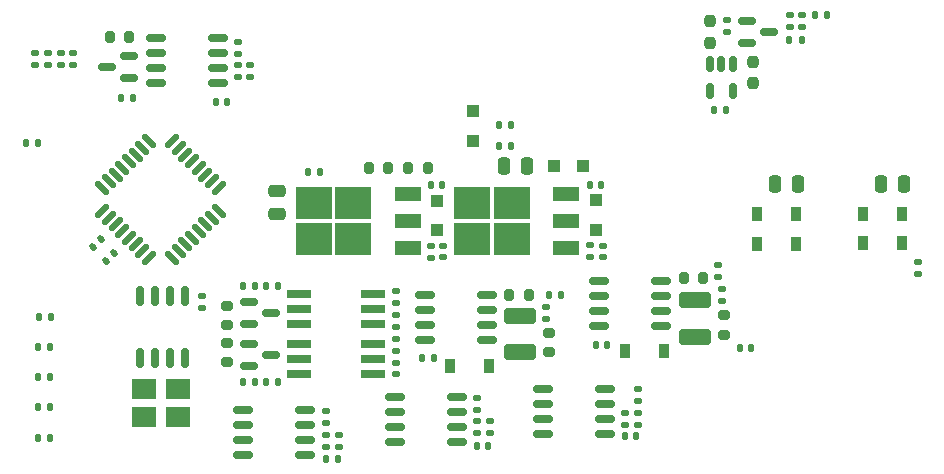
<source format=gbr>
%TF.GenerationSoftware,KiCad,Pcbnew,(6.0.11)*%
%TF.CreationDate,2024-02-10T16:45:40+09:00*%
%TF.ProjectId,SmallMD,536d616c-6c4d-4442-9e6b-696361645f70,rev?*%
%TF.SameCoordinates,Original*%
%TF.FileFunction,Paste,Bot*%
%TF.FilePolarity,Positive*%
%FSLAX46Y46*%
G04 Gerber Fmt 4.6, Leading zero omitted, Abs format (unit mm)*
G04 Created by KiCad (PCBNEW (6.0.11)) date 2024-02-10 16:45:40*
%MOMM*%
%LPD*%
G01*
G04 APERTURE LIST*
G04 Aperture macros list*
%AMRoundRect*
0 Rectangle with rounded corners*
0 $1 Rounding radius*
0 $2 $3 $4 $5 $6 $7 $8 $9 X,Y pos of 4 corners*
0 Add a 4 corners polygon primitive as box body*
4,1,4,$2,$3,$4,$5,$6,$7,$8,$9,$2,$3,0*
0 Add four circle primitives for the rounded corners*
1,1,$1+$1,$2,$3*
1,1,$1+$1,$4,$5*
1,1,$1+$1,$6,$7*
1,1,$1+$1,$8,$9*
0 Add four rect primitives between the rounded corners*
20,1,$1+$1,$2,$3,$4,$5,0*
20,1,$1+$1,$4,$5,$6,$7,0*
20,1,$1+$1,$6,$7,$8,$9,0*
20,1,$1+$1,$8,$9,$2,$3,0*%
G04 Aperture macros list end*
%ADD10R,0.900000X1.200000*%
%ADD11RoundRect,0.135000X0.135000X0.185000X-0.135000X0.185000X-0.135000X-0.185000X0.135000X-0.185000X0*%
%ADD12RoundRect,0.150000X-0.675000X-0.150000X0.675000X-0.150000X0.675000X0.150000X-0.675000X0.150000X0*%
%ADD13RoundRect,0.250000X-0.475000X0.250000X-0.475000X-0.250000X0.475000X-0.250000X0.475000X0.250000X0*%
%ADD14RoundRect,0.135000X-0.185000X0.135000X-0.185000X-0.135000X0.185000X-0.135000X0.185000X0.135000X0*%
%ADD15RoundRect,0.140000X0.170000X-0.140000X0.170000X0.140000X-0.170000X0.140000X-0.170000X-0.140000X0*%
%ADD16R,1.000000X1.000000*%
%ADD17RoundRect,0.140000X-0.170000X0.140000X-0.170000X-0.140000X0.170000X-0.140000X0.170000X0.140000X0*%
%ADD18RoundRect,0.237500X0.237500X-0.250000X0.237500X0.250000X-0.237500X0.250000X-0.237500X-0.250000X0*%
%ADD19R,2.000000X0.640000*%
%ADD20R,3.050000X2.750000*%
%ADD21R,2.200000X1.200000*%
%ADD22RoundRect,0.200000X-0.200000X-0.275000X0.200000X-0.275000X0.200000X0.275000X-0.200000X0.275000X0*%
%ADD23RoundRect,0.200000X-0.275000X0.200000X-0.275000X-0.200000X0.275000X-0.200000X0.275000X0.200000X0*%
%ADD24RoundRect,0.135000X0.185000X-0.135000X0.185000X0.135000X-0.185000X0.135000X-0.185000X-0.135000X0*%
%ADD25R,2.100000X1.800000*%
%ADD26RoundRect,0.135000X-0.135000X-0.185000X0.135000X-0.185000X0.135000X0.185000X-0.135000X0.185000X0*%
%ADD27RoundRect,0.150000X-0.150000X0.512500X-0.150000X-0.512500X0.150000X-0.512500X0.150000X0.512500X0*%
%ADD28RoundRect,0.140000X-0.140000X-0.170000X0.140000X-0.170000X0.140000X0.170000X-0.140000X0.170000X0*%
%ADD29RoundRect,0.150000X0.150000X-0.675000X0.150000X0.675000X-0.150000X0.675000X-0.150000X-0.675000X0*%
%ADD30RoundRect,0.250000X0.250000X0.475000X-0.250000X0.475000X-0.250000X-0.475000X0.250000X-0.475000X0*%
%ADD31RoundRect,0.200000X0.200000X0.275000X-0.200000X0.275000X-0.200000X-0.275000X0.200000X-0.275000X0*%
%ADD32RoundRect,0.140000X-0.021213X0.219203X-0.219203X0.021213X0.021213X-0.219203X0.219203X-0.021213X0*%
%ADD33RoundRect,0.150000X-0.587500X-0.150000X0.587500X-0.150000X0.587500X0.150000X-0.587500X0.150000X0*%
%ADD34RoundRect,0.140000X0.140000X0.170000X-0.140000X0.170000X-0.140000X-0.170000X0.140000X-0.170000X0*%
%ADD35RoundRect,0.237500X-0.237500X0.250000X-0.237500X-0.250000X0.237500X-0.250000X0.237500X0.250000X0*%
%ADD36RoundRect,0.250000X1.100000X-0.412500X1.100000X0.412500X-1.100000X0.412500X-1.100000X-0.412500X0*%
%ADD37RoundRect,0.150000X0.587500X0.150000X-0.587500X0.150000X-0.587500X-0.150000X0.587500X-0.150000X0*%
%ADD38RoundRect,0.200000X0.275000X-0.200000X0.275000X0.200000X-0.275000X0.200000X-0.275000X-0.200000X0*%
%ADD39RoundRect,0.125000X-0.353553X-0.530330X0.530330X0.353553X0.353553X0.530330X-0.530330X-0.353553X0*%
%ADD40RoundRect,0.125000X0.353553X-0.530330X0.530330X-0.353553X-0.353553X0.530330X-0.530330X0.353553X0*%
G04 APERTURE END LIST*
D10*
%TO.C,D19*%
X159010000Y-74720000D03*
X155710000Y-74720000D03*
%TD*%
D11*
%TO.C,R1*%
X95930000Y-83440000D03*
X94910000Y-83440000D03*
%TD*%
D12*
%TO.C,U10*%
X127644072Y-85340315D03*
X127644072Y-84070315D03*
X127644072Y-82800315D03*
X127644072Y-81530315D03*
X132894072Y-81530315D03*
X132894072Y-82800315D03*
X132894072Y-84070315D03*
X132894072Y-85340315D03*
%TD*%
D13*
%TO.C,C7*%
X115110000Y-72770000D03*
X115110000Y-74670000D03*
%TD*%
D14*
%TO.C,R16*%
X94600000Y-61060000D03*
X94600000Y-62080000D03*
%TD*%
D15*
%TO.C,C23*%
X125160000Y-84230000D03*
X125160000Y-83270000D03*
%TD*%
D12*
%TO.C,U11*%
X142345000Y-84190000D03*
X142345000Y-82920000D03*
X142345000Y-81650000D03*
X142345000Y-80380000D03*
X147595000Y-80380000D03*
X147595000Y-81650000D03*
X147595000Y-82920000D03*
X147595000Y-84190000D03*
%TD*%
D16*
%TO.C,D8*%
X142082000Y-76022000D03*
X142082000Y-73522000D03*
%TD*%
D11*
%TO.C,R34*%
X134877500Y-68916385D03*
X133857500Y-68916385D03*
%TD*%
D14*
%TO.C,R38*%
X132055000Y-92218249D03*
X132055000Y-93238249D03*
%TD*%
%TO.C,R43*%
X133090525Y-92218249D03*
X133090525Y-93238249D03*
%TD*%
D12*
%TO.C,U12*%
X137605000Y-93345000D03*
X137605000Y-92075000D03*
X137605000Y-90805000D03*
X137605000Y-89535000D03*
X142855000Y-89535000D03*
X142855000Y-90805000D03*
X142855000Y-92075000D03*
X142855000Y-93345000D03*
%TD*%
D15*
%TO.C,C22*%
X125140000Y-88225000D03*
X125140000Y-87265000D03*
%TD*%
D17*
%TO.C,C3*%
X129170000Y-77370001D03*
X129170000Y-78330001D03*
%TD*%
D11*
%TO.C,R6*%
X95890000Y-93620000D03*
X94870000Y-93620000D03*
%TD*%
D14*
%TO.C,R74*%
X144560000Y-91510000D03*
X144560000Y-92530000D03*
%TD*%
D18*
%TO.C,R45*%
X151760000Y-60180000D03*
X151760000Y-58355000D03*
%TD*%
D17*
%TO.C,C1*%
X158510000Y-57870000D03*
X158510000Y-58830000D03*
%TD*%
%TO.C,C8*%
X108710000Y-81640000D03*
X108710000Y-82600000D03*
%TD*%
D19*
%TO.C,U9*%
X116929999Y-83960001D03*
X116929999Y-82690001D03*
X116929999Y-81420001D03*
X123229999Y-81420001D03*
X123229999Y-82690001D03*
X123229999Y-83960001D03*
%TD*%
D14*
%TO.C,R15*%
X97820000Y-61070000D03*
X97820000Y-62090000D03*
%TD*%
D20*
%TO.C,U2*%
X131625000Y-76784999D03*
X131625000Y-73734999D03*
X134975000Y-76784999D03*
X134975000Y-73734999D03*
D21*
X139600000Y-72979999D03*
X139600000Y-75259999D03*
X139600000Y-77539999D03*
%TD*%
D10*
%TO.C,D15*%
X133010000Y-87515000D03*
X129710000Y-87515000D03*
%TD*%
D22*
%TO.C,R66*%
X149525000Y-80085000D03*
X151175000Y-80085000D03*
%TD*%
D14*
%TO.C,R71*%
X152460000Y-79025000D03*
X152460000Y-80045000D03*
%TD*%
D23*
%TO.C,R41*%
X110880000Y-82430000D03*
X110880000Y-84080000D03*
%TD*%
D16*
%TO.C,D7*%
X128620000Y-76070000D03*
X128620000Y-73570000D03*
%TD*%
D14*
%TO.C,R14*%
X96760000Y-61060000D03*
X96760000Y-62080000D03*
%TD*%
%TO.C,R37*%
X132055000Y-90228249D03*
X132055000Y-91248249D03*
%TD*%
D24*
%TO.C,R17*%
X141590000Y-78330000D03*
X141590000Y-77310000D03*
%TD*%
D25*
%TO.C,Y1*%
X106700000Y-91828928D03*
X103800000Y-91828928D03*
X103800000Y-89528928D03*
X106700000Y-89528928D03*
%TD*%
D10*
%TO.C,D20*%
X155710000Y-77260000D03*
X159010000Y-77260000D03*
%TD*%
D24*
%TO.C,R59*%
X125180000Y-82230000D03*
X125180000Y-81210000D03*
%TD*%
D26*
%TO.C,R7*%
X160600000Y-57810000D03*
X161620000Y-57810000D03*
%TD*%
D14*
%TO.C,R8*%
X159560000Y-57820000D03*
X159560000Y-58840000D03*
%TD*%
%TO.C,R42*%
X120330000Y-93400000D03*
X120330000Y-94420000D03*
%TD*%
D26*
%TO.C,R48*%
X112170000Y-80745000D03*
X113190000Y-80745000D03*
%TD*%
%TO.C,R54*%
X101900000Y-64900000D03*
X102920000Y-64900000D03*
%TD*%
D14*
%TO.C,R72*%
X169330000Y-78730000D03*
X169330000Y-79750000D03*
%TD*%
D24*
%TO.C,R19*%
X128140000Y-78370000D03*
X128140000Y-77350000D03*
%TD*%
D27*
%TO.C,U6*%
X151770000Y-61970000D03*
X152720000Y-61970000D03*
X153670000Y-61970000D03*
X153670000Y-64245000D03*
X151770000Y-64245000D03*
%TD*%
D20*
%TO.C,U1*%
X121545000Y-73725000D03*
X118195000Y-73725000D03*
X118195000Y-76775000D03*
X121545000Y-76775000D03*
D21*
X126170000Y-72970000D03*
X126170000Y-75250000D03*
X126170000Y-77530000D03*
%TD*%
D28*
%TO.C,C6*%
X141580000Y-72210000D03*
X142540000Y-72210000D03*
%TD*%
%TO.C,C24*%
X109930000Y-65210000D03*
X110890000Y-65210000D03*
%TD*%
D29*
%TO.C,U13*%
X107285000Y-86903929D03*
X106015000Y-86903929D03*
X104745000Y-86903929D03*
X103475000Y-86903929D03*
X103475000Y-81653929D03*
X104745000Y-81653929D03*
X106015000Y-81653929D03*
X107285000Y-81653929D03*
%TD*%
D30*
%TO.C,C17*%
X168160000Y-72120000D03*
X166260000Y-72120000D03*
%TD*%
D23*
%TO.C,R40*%
X110860000Y-85580000D03*
X110860000Y-87230000D03*
%TD*%
D14*
%TO.C,R73*%
X145620000Y-89530000D03*
X145620000Y-90550000D03*
%TD*%
D30*
%TO.C,C18*%
X159160000Y-72120000D03*
X157260000Y-72120000D03*
%TD*%
D14*
%TO.C,R13*%
X95680000Y-61060000D03*
X95680000Y-62080000D03*
%TD*%
%TO.C,R56*%
X111770000Y-60130000D03*
X111770000Y-61150000D03*
%TD*%
D31*
%TO.C,R49*%
X102584048Y-59720000D03*
X100934048Y-59720000D03*
%TD*%
D12*
%TO.C,U5*%
X125050000Y-94003249D03*
X125050000Y-92733249D03*
X125050000Y-91463249D03*
X125050000Y-90193249D03*
X130300000Y-90193249D03*
X130300000Y-91463249D03*
X130300000Y-92733249D03*
X130300000Y-94003249D03*
%TD*%
D31*
%TO.C,R12*%
X124510000Y-70810000D03*
X122860000Y-70810000D03*
%TD*%
D12*
%TO.C,U7*%
X104825000Y-63575000D03*
X104825000Y-62305000D03*
X104825000Y-61035000D03*
X104825000Y-59765000D03*
X110075000Y-59765000D03*
X110075000Y-61035000D03*
X110075000Y-62305000D03*
X110075000Y-63575000D03*
%TD*%
D22*
%TO.C,R64*%
X134735000Y-81555000D03*
X136385000Y-81555000D03*
%TD*%
D26*
%TO.C,R47*%
X112190000Y-88890000D03*
X113210000Y-88890000D03*
%TD*%
D32*
%TO.C,C11*%
X100199411Y-76780589D03*
X99520589Y-77459411D03*
%TD*%
D31*
%TO.C,R11*%
X127845000Y-70800000D03*
X126195000Y-70800000D03*
%TD*%
D28*
%TO.C,C29*%
X154250000Y-86010000D03*
X155210000Y-86010000D03*
%TD*%
D16*
%TO.C,D14*%
X131700000Y-68500000D03*
X131700000Y-66000000D03*
%TD*%
D28*
%TO.C,C30*%
X144530000Y-93480000D03*
X145490000Y-93480000D03*
%TD*%
D33*
%TO.C,Q15*%
X112732500Y-83990000D03*
X112732500Y-82090000D03*
X114607500Y-83040000D03*
%TD*%
D19*
%TO.C,U8*%
X116920000Y-88225000D03*
X116920000Y-86955000D03*
X116920000Y-85685000D03*
X123220000Y-85685000D03*
X123220000Y-86955000D03*
X123220000Y-88225000D03*
%TD*%
D10*
%TO.C,D22*%
X164710000Y-77120000D03*
X168010000Y-77120000D03*
%TD*%
D14*
%TO.C,R75*%
X145630000Y-91510000D03*
X145630000Y-92530000D03*
%TD*%
D30*
%TO.C,C2*%
X136240000Y-70650000D03*
X134340000Y-70650000D03*
%TD*%
D17*
%TO.C,C4*%
X142670000Y-77350000D03*
X142670000Y-78310000D03*
%TD*%
D32*
%TO.C,C12*%
X101279411Y-77950589D03*
X100600589Y-78629411D03*
%TD*%
D28*
%TO.C,C21*%
X132025000Y-94298249D03*
X132985000Y-94298249D03*
%TD*%
D33*
%TO.C,Q14*%
X112712500Y-87565000D03*
X112712500Y-85665000D03*
X114587500Y-86615000D03*
%TD*%
D28*
%TO.C,C20*%
X119254476Y-95427895D03*
X120214476Y-95427895D03*
%TD*%
D34*
%TO.C,C26*%
X143020000Y-85755000D03*
X142060000Y-85755000D03*
%TD*%
D14*
%TO.C,R57*%
X111780000Y-62060000D03*
X111780000Y-63080000D03*
%TD*%
%TO.C,R68*%
X137860000Y-82545000D03*
X137860000Y-83565000D03*
%TD*%
D35*
%TO.C,R44*%
X155390000Y-61785000D03*
X155390000Y-63610000D03*
%TD*%
D11*
%TO.C,R50*%
X115150000Y-88890000D03*
X114130000Y-88890000D03*
%TD*%
%TO.C,R3*%
X95890000Y-88500000D03*
X94870000Y-88500000D03*
%TD*%
%TO.C,R2*%
X95890000Y-85960000D03*
X94870000Y-85960000D03*
%TD*%
D33*
%TO.C,Q2*%
X154902500Y-60240000D03*
X154902500Y-58340000D03*
X156777500Y-59290000D03*
%TD*%
D24*
%TO.C,R60*%
X112790000Y-63070000D03*
X112790000Y-62050000D03*
%TD*%
%TO.C,R10*%
X153180000Y-59240000D03*
X153180000Y-58220000D03*
%TD*%
D36*
%TO.C,C28*%
X150460000Y-85057500D03*
X150460000Y-81932500D03*
%TD*%
D16*
%TO.C,D1*%
X138500000Y-70620000D03*
X141000000Y-70620000D03*
%TD*%
D11*
%TO.C,R4*%
X94830000Y-68630000D03*
X93810000Y-68630000D03*
%TD*%
D14*
%TO.C,R35*%
X119260000Y-91370000D03*
X119260000Y-92390000D03*
%TD*%
D37*
%TO.C,Q16*%
X102577500Y-61300000D03*
X102577500Y-63200000D03*
X100702500Y-62250000D03*
%TD*%
D14*
%TO.C,R36*%
X119270000Y-93390000D03*
X119270000Y-94410000D03*
%TD*%
D11*
%TO.C,R31*%
X134930000Y-67173884D03*
X133910000Y-67173884D03*
%TD*%
D14*
%TO.C,R58*%
X125150000Y-85225000D03*
X125150000Y-86245000D03*
%TD*%
D38*
%TO.C,R65*%
X152960000Y-84920000D03*
X152960000Y-83270000D03*
%TD*%
D36*
%TO.C,C27*%
X135670000Y-86407500D03*
X135670000Y-83282500D03*
%TD*%
D39*
%TO.C,U3*%
X104246089Y-78386745D03*
X103680404Y-77821059D03*
X103114718Y-77255374D03*
X102549033Y-76689689D03*
X101983347Y-76124003D03*
X101417662Y-75558318D03*
X100851977Y-74992632D03*
X100286291Y-74426947D03*
D40*
X100286291Y-72482403D03*
X100851977Y-71916718D03*
X101417662Y-71351032D03*
X101983347Y-70785347D03*
X102549033Y-70219661D03*
X103114718Y-69653976D03*
X103680404Y-69088291D03*
X104246089Y-68522605D03*
D39*
X106190633Y-68522605D03*
X106756318Y-69088291D03*
X107322004Y-69653976D03*
X107887689Y-70219661D03*
X108453375Y-70785347D03*
X109019060Y-71351032D03*
X109584745Y-71916718D03*
X110150431Y-72482403D03*
D40*
X110150431Y-74426947D03*
X109584745Y-74992632D03*
X109019060Y-75558318D03*
X108453375Y-76124003D03*
X107887689Y-76689689D03*
X107322004Y-77255374D03*
X106756318Y-77821059D03*
X106190633Y-78386745D03*
%TD*%
D10*
%TO.C,D16*%
X147870000Y-86275000D03*
X144570000Y-86275000D03*
%TD*%
D12*
%TO.C,U4*%
X112245000Y-95055000D03*
X112245000Y-93785000D03*
X112245000Y-92515000D03*
X112245000Y-91245000D03*
X117495000Y-91245000D03*
X117495000Y-92515000D03*
X117495000Y-93785000D03*
X117495000Y-95055000D03*
%TD*%
D11*
%TO.C,R5*%
X95870000Y-91040000D03*
X94850000Y-91040000D03*
%TD*%
D14*
%TO.C,R70*%
X152730000Y-81055000D03*
X152730000Y-82075000D03*
%TD*%
D11*
%TO.C,R51*%
X115180000Y-80765000D03*
X114160000Y-80765000D03*
%TD*%
%TO.C,R69*%
X139130000Y-81510000D03*
X138110000Y-81510000D03*
%TD*%
%TO.C,R9*%
X159500000Y-59950000D03*
X158480000Y-59950000D03*
%TD*%
D28*
%TO.C,C5*%
X128140000Y-72230000D03*
X129100000Y-72230000D03*
%TD*%
D38*
%TO.C,R63*%
X138150000Y-86390000D03*
X138150000Y-84740000D03*
%TD*%
D34*
%TO.C,C19*%
X153090000Y-65837500D03*
X152130000Y-65837500D03*
%TD*%
%TO.C,C25*%
X128340000Y-86845000D03*
X127380000Y-86845000D03*
%TD*%
D10*
%TO.C,D21*%
X168010000Y-74640000D03*
X164710000Y-74640000D03*
%TD*%
D26*
%TO.C,R18*%
X117680000Y-71110000D03*
X118700000Y-71110000D03*
%TD*%
M02*

</source>
